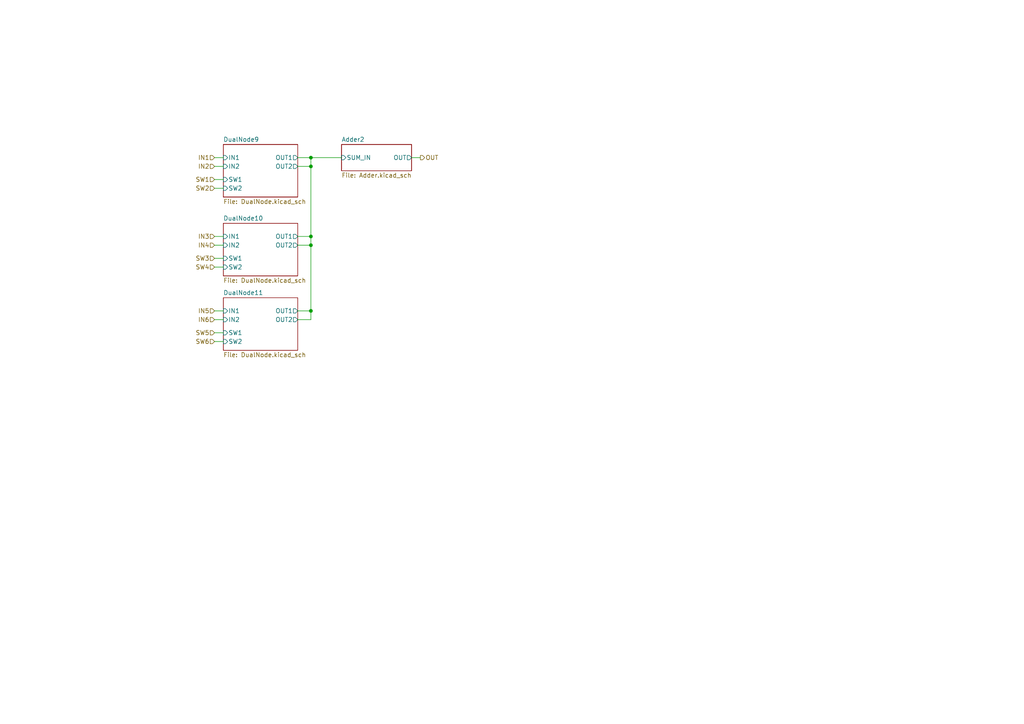
<source format=kicad_sch>
(kicad_sch (version 20221004) (generator eeschema)
  (paper "A4")
  (lib_symbols)
  (junction (at 90.17 90.17))
  (junction (at 90.17 48.26))
  (junction (at 90.17 68.58))
  (junction (at 90.17 71.12))
  (junction (at 90.17 45.72))
  (wire (pts (xy 62.23 74.93) (xy 64.77 74.93)))
  (wire (pts (xy 90.17 92.71) (xy 90.17 90.17)))
  (wire (pts (xy 62.23 96.52) (xy 64.77 96.52)))
  (wire (pts (xy 86.36 71.12) (xy 90.17 71.12)))
  (wire (pts (xy 62.23 54.61) (xy 64.77 54.61)))
  (wire (pts (xy 62.23 48.26) (xy 64.77 48.26)))
  (wire (pts (xy 90.17 71.12) (xy 90.17 68.58)))
  (wire (pts (xy 86.36 48.26) (xy 90.17 48.26)))
  (wire (pts (xy 90.17 68.58) (xy 90.17 48.26)))
  (wire (pts (xy 62.23 77.47) (xy 64.77 77.47)))
  (wire (pts (xy 62.23 71.12) (xy 64.77 71.12)))
  (wire (pts (xy 86.36 45.72) (xy 90.17 45.72)))
  (wire (pts (xy 90.17 48.26) (xy 90.17 45.72)))
  (wire (pts (xy 119.38 45.72) (xy 121.92 45.72)))
  (wire (pts (xy 62.23 99.06) (xy 64.77 99.06)))
  (wire (pts (xy 86.36 68.58) (xy 90.17 68.58)))
  (wire (pts (xy 86.36 92.71) (xy 90.17 92.71)))
  (wire (pts (xy 62.23 68.58) (xy 64.77 68.58)))
  (wire (pts (xy 62.23 90.17) (xy 64.77 90.17)))
  (wire (pts (xy 62.23 45.72) (xy 64.77 45.72)))
  (wire (pts (xy 90.17 45.72) (xy 99.06 45.72)))
  (wire (pts (xy 90.17 90.17) (xy 90.17 71.12)))
  (wire (pts (xy 62.23 52.07) (xy 64.77 52.07)))
  (wire (pts (xy 62.23 92.71) (xy 64.77 92.71)))
  (wire (pts (xy 86.36 90.17) (xy 90.17 90.17)))
  (hierarchical_label "IN2" (shape input) (at 62.23 48.26 180))
  (hierarchical_label "IN5" (shape input) (at 62.23 90.17 180))
  (hierarchical_label "SW2" (shape input) (at 62.23 54.61 180))
  (hierarchical_label "SW4" (shape input) (at 62.23 77.47 180))
  (hierarchical_label "SW6" (shape input) (at 62.23 99.06 180))
  (hierarchical_label "IN4" (shape input) (at 62.23 71.12 180))
  (hierarchical_label "IN3" (shape input) (at 62.23 68.58 180))
  (hierarchical_label "IN6" (shape input) (at 62.23 92.71 180))
  (hierarchical_label "IN1" (shape input) (at 62.23 45.72 180))
  (hierarchical_label "OUT" (shape output) (at 121.92 45.72 0))
  (hierarchical_label "SW1" (shape input) (at 62.23 52.07 180))
  (hierarchical_label "SW5" (shape input) (at 62.23 96.52 180))
  (hierarchical_label "SW3" (shape input) (at 62.23 74.93 180))
  (sheet (at 64.77 41.91) (size 21.59 15.24) (stroke (width 0.1524))
    (property "Sheetname" "DualNode9" (at 64.77 41.1984 0) (effects (justify left bottom)))
    (property "Sheetfile" "DualNode.kicad_sch" (at 64.77 57.7346 0) (effects (justify left top)))
    (pin "OUT1" output (at 86.36 45.72 0))
    (pin "OUT2" output (at 86.36 48.26 0))
    (pin "IN1" input (at 64.77 45.72 180))
    (pin "SW1" input (at 64.77 52.07 180))
    (pin "SW2" input (at 64.77 54.61 180))
    (pin "IN2" input (at 64.77 48.26 180))
  )
  (sheet (at 64.77 64.77) (size 21.59 15.24) (stroke (width 0.1524))
    (property "Sheetname" "DualNode10" (at 64.77 64.0584 0) (effects (justify left bottom)))
    (property "Sheetfile" "DualNode.kicad_sch" (at 64.77 80.5946 0) (effects (justify left top)))
    (pin "OUT1" output (at 86.36 68.58 0))
    (pin "OUT2" output (at 86.36 71.12 0))
    (pin "IN1" input (at 64.77 68.58 180))
    (pin "SW1" input (at 64.77 74.93 180))
    (pin "SW2" input (at 64.77 77.47 180))
    (pin "IN2" input (at 64.77 71.12 180))
  )
  (sheet (at 99.06 41.91) (size 20.32 7.62) (stroke (width 0.1524))
    (property "Sheetname" "Adder2" (at 99.06 41.1984 0) (effects (justify left bottom)))
    (property "Sheetfile" "Adder.kicad_sch" (at 99.06 50.1146 0) (effects (justify left top)))
    (pin "SUM_IN" input (at 99.06 45.72 180))
    (pin "OUT" output (at 119.38 45.72 0))
  )
  (sheet (at 64.77 86.36) (size 21.59 15.24) (stroke (width 0.1524))
    (property "Sheetname" "DualNode11" (at 64.77 85.6484 0) (effects (justify left bottom)))
    (property "Sheetfile" "DualNode.kicad_sch" (at 64.77 102.1846 0) (effects (justify left top)))
    (pin "OUT1" output (at 86.36 90.17 0))
    (pin "OUT2" output (at 86.36 92.71 0))
    (pin "IN1" input (at 64.77 90.17 180))
    (pin "SW1" input (at 64.77 96.52 180))
    (pin "SW2" input (at 64.77 99.06 180))
    (pin "IN2" input (at 64.77 92.71 180))
  )
)
</source>
